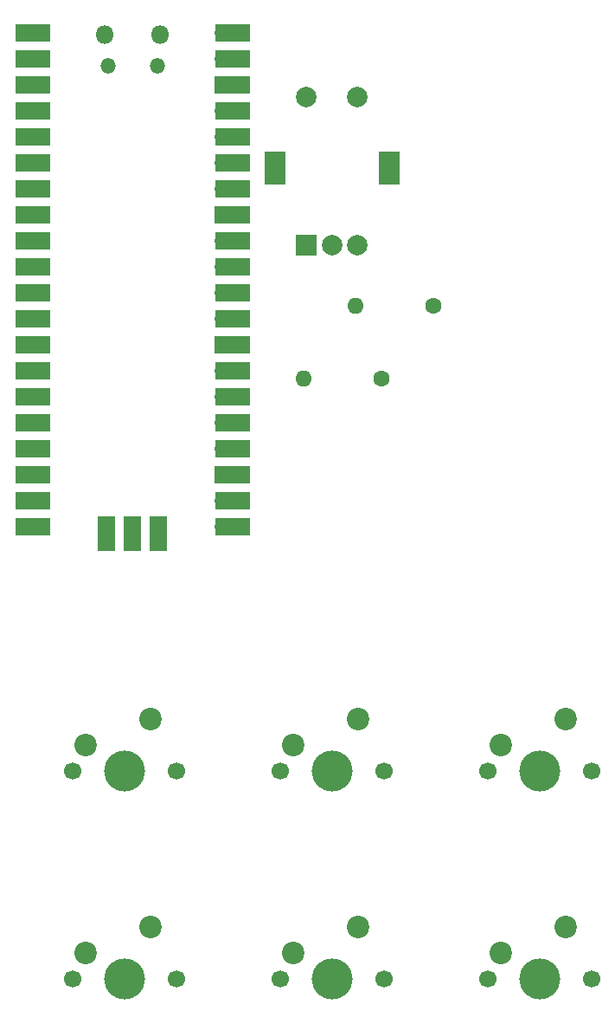
<source format=gbr>
G04 #@! TF.GenerationSoftware,KiCad,Pcbnew,5.1.5+dfsg1-2build2*
G04 #@! TF.CreationDate,2021-05-16T21:52:53+03:00*
G04 #@! TF.ProjectId,pico-mediakeeb,7069636f-2d6d-4656-9469-616b6565622e,v01*
G04 #@! TF.SameCoordinates,Original*
G04 #@! TF.FileFunction,Soldermask,Top*
G04 #@! TF.FilePolarity,Negative*
%FSLAX46Y46*%
G04 Gerber Fmt 4.6, Leading zero omitted, Abs format (unit mm)*
G04 Created by KiCad (PCBNEW 5.1.5+dfsg1-2build2) date 2021-05-16 21:52:53*
%MOMM*%
%LPD*%
G04 APERTURE LIST*
%ADD10C,1.700000*%
%ADD11C,4.000000*%
%ADD12C,2.200000*%
%ADD13R,2.000000X2.000000*%
%ADD14C,2.000000*%
%ADD15R,2.000000X3.200000*%
%ADD16O,1.700000X1.700000*%
%ADD17R,1.700000X1.700000*%
%ADD18R,3.500000X1.700000*%
%ADD19O,1.800000X1.800000*%
%ADD20O,1.500000X1.500000*%
%ADD21R,1.700000X3.500000*%
%ADD22O,1.600000X1.600000*%
%ADD23C,1.600000*%
G04 APERTURE END LIST*
D10*
X102362000Y-125984000D03*
X92202000Y-125984000D03*
D11*
X97282000Y-125984000D03*
D12*
X93472000Y-123444000D03*
X99822000Y-120904000D03*
D10*
X82042000Y-125984000D03*
X71882000Y-125984000D03*
D11*
X76962000Y-125984000D03*
D12*
X73152000Y-123444000D03*
X79502000Y-120904000D03*
D10*
X61722000Y-125984000D03*
X51562000Y-125984000D03*
D11*
X56642000Y-125984000D03*
D12*
X52832000Y-123444000D03*
X59182000Y-120904000D03*
D10*
X102362000Y-146304000D03*
X92202000Y-146304000D03*
D11*
X97282000Y-146304000D03*
D12*
X93472000Y-143764000D03*
X99822000Y-141224000D03*
D10*
X82042000Y-146304000D03*
X71882000Y-146304000D03*
D11*
X76962000Y-146304000D03*
D12*
X73152000Y-143764000D03*
X79502000Y-141224000D03*
D10*
X61722000Y-146304000D03*
X51562000Y-146304000D03*
D11*
X56642000Y-146304000D03*
D12*
X52832000Y-143764000D03*
X59182000Y-141224000D03*
D13*
X74422000Y-74554000D03*
D14*
X76922000Y-74554000D03*
X79422000Y-74554000D03*
D15*
X71322000Y-67054000D03*
X82522000Y-67054000D03*
D14*
X74422000Y-60054000D03*
X79422000Y-60054000D03*
D16*
X48514000Y-53848000D03*
X48514000Y-56388000D03*
D17*
X48514000Y-58928000D03*
D16*
X48514000Y-61468000D03*
X48514000Y-64008000D03*
X48514000Y-66548000D03*
X48514000Y-69088000D03*
D17*
X48514000Y-71628000D03*
D16*
X48514000Y-74168000D03*
X48514000Y-76708000D03*
X48514000Y-79248000D03*
X48514000Y-81788000D03*
D17*
X48514000Y-84328000D03*
D16*
X48514000Y-86868000D03*
X48514000Y-89408000D03*
X48514000Y-91948000D03*
X48514000Y-94488000D03*
D17*
X48514000Y-97028000D03*
D16*
X48514000Y-99568000D03*
X48514000Y-102108000D03*
X66294000Y-102108000D03*
X66294000Y-99568000D03*
D17*
X66294000Y-97028000D03*
D16*
X66294000Y-94488000D03*
X66294000Y-91948000D03*
X66294000Y-89408000D03*
X66294000Y-86868000D03*
D17*
X66294000Y-84328000D03*
D16*
X66294000Y-81788000D03*
X66294000Y-79248000D03*
X66294000Y-76708000D03*
X66294000Y-74168000D03*
D17*
X66294000Y-71628000D03*
D16*
X66294000Y-69088000D03*
X66294000Y-66548000D03*
X66294000Y-64008000D03*
X66294000Y-61468000D03*
D17*
X66294000Y-58928000D03*
D16*
X66294000Y-56388000D03*
X66294000Y-53848000D03*
D18*
X47614000Y-53848000D03*
X47614000Y-56388000D03*
X47614000Y-58928000D03*
X47614000Y-61468000D03*
X47614000Y-64008000D03*
X47614000Y-66548000D03*
X47614000Y-69088000D03*
X47614000Y-71628000D03*
X47614000Y-74168000D03*
X47614000Y-76708000D03*
X47614000Y-79248000D03*
X47614000Y-81788000D03*
X47614000Y-84328000D03*
X47614000Y-86868000D03*
X47614000Y-89408000D03*
X47614000Y-91948000D03*
X47614000Y-94488000D03*
X47614000Y-97028000D03*
X47614000Y-99568000D03*
X47614000Y-102108000D03*
X67194000Y-53848000D03*
X67194000Y-56388000D03*
X67194000Y-58928000D03*
X67194000Y-61468000D03*
X67194000Y-64008000D03*
X67194000Y-66548000D03*
X67194000Y-69088000D03*
X67194000Y-71628000D03*
X67194000Y-74168000D03*
X67194000Y-76708000D03*
X67194000Y-79248000D03*
X67194000Y-81788000D03*
X67194000Y-84328000D03*
X67194000Y-86868000D03*
X67194000Y-89408000D03*
X67194000Y-91948000D03*
X67194000Y-94488000D03*
X67194000Y-97028000D03*
X67194000Y-99568000D03*
X67194000Y-102108000D03*
D19*
X54679000Y-53978000D03*
X60129000Y-53978000D03*
D20*
X54979000Y-57008000D03*
X59829000Y-57008000D03*
D21*
X54864000Y-102778000D03*
D16*
X54864000Y-101878000D03*
D21*
X57404000Y-102778000D03*
D17*
X57404000Y-101878000D03*
D21*
X59944000Y-102778000D03*
D16*
X59944000Y-101878000D03*
D22*
X74168000Y-87630000D03*
D23*
X81788000Y-87630000D03*
D22*
X79248000Y-80518000D03*
D23*
X86868000Y-80518000D03*
M02*

</source>
